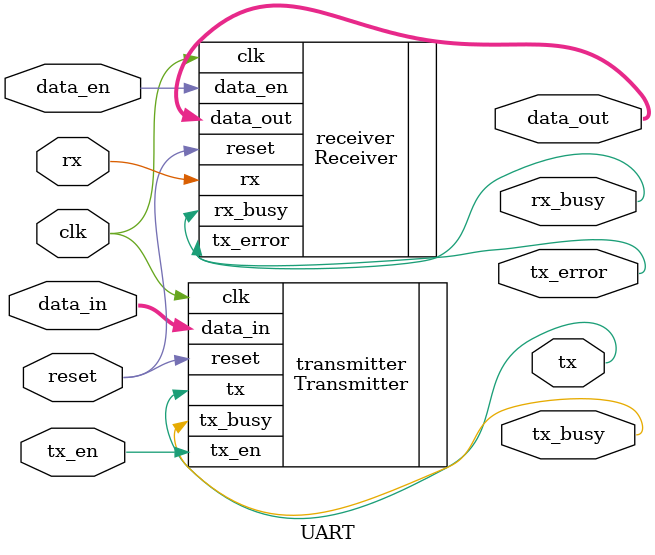
<source format=sv>
`timescale 1ns / 1ps


module UART # (
		parameter logic [15:0] BAUD_DIVISOR = 16'h1458
		)(
		input logic																			clk,
		input logic																			reset,
		input logic 															[7:0]	data_in,
		input logic																			tx_en,
		input logic																			rx,
		input logic																			data_en,
		output logic																		tx_busy,
		output logic																		tx,
		output logic																		tx_error,
		output logic																		rx_busy,
		output logic															[7:0] data_out

    );
		
		
		logic [7:0] tx_data;																															// Data to be transmitted
		
		Transmitter #(
			.BAUD_DIVISOR(BAUD_DIVISOR)
		)transmitter (
			.clk(clk),
			.reset(reset),
			.data_in(data_in),
			.tx_en(tx_en),
			.tx_busy(tx_busy),
			.tx(tx)
		
		);
		
		Receiver #(
			.BAUD_DIVISOR(BAUD_DIVISOR)
		)receiver (
			.clk(clk),
			.reset(reset),
			.rx(rx),
			.data_en(data_en),																																	// Not used 
			.tx_error(tx_error),
			.rx_busy(rx_busy),
			.data_out(data_out)
		);
		
		
endmodule

</source>
